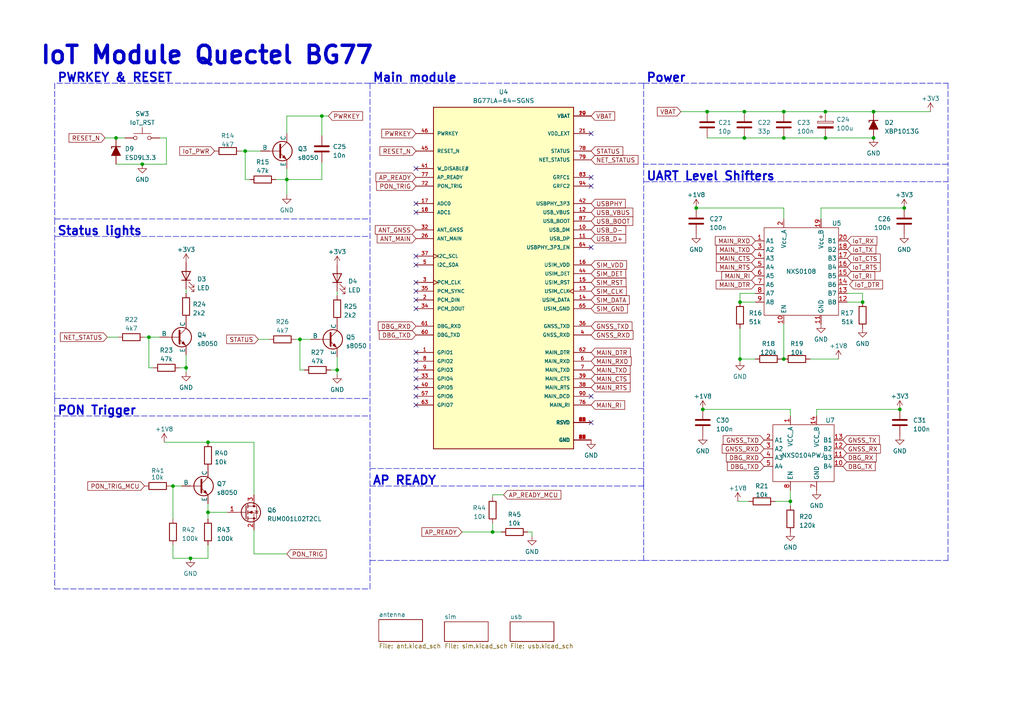
<source format=kicad_sch>
(kicad_sch (version 20230121) (generator eeschema)
  (paper "A4")
  (title_block (title "OBD Monitoring Device") (date "2023-02-27") (company "VUT"))
  (lib_symbols
    (symbol "BG77LA-64-SGNS:BG77LA-64-SGNS" (pin_names (offset 1.016))
      (property "Reference" "U" (at -20.32 48.895 0))
      (property "Value" "BG77LA-64-SGNS" (at -20.32 -53.34 0))
      (symbol "BG77LA-64-SGNS_0_0"
        (rectangle (start -20.32 -50.8) (end 20.32 48.26) (stroke (width 0.254)) (fill (type background)))
        (pin bidirectional line (at -25.4 -22.86 0) (length 5.08) (name "GPIO1") (number "1"))
        (pin bidirectional line (at 25.4 12.7 180) (length 5.08) (name "USB_DM") (number "10"))
        (pin bidirectional line (at 25.4 10.16 180) (length 5.08) (name "USB_DP") (number "11"))
        (pin input line (at 25.4 17.78 180) (length 5.08) (name "USB_VBUS") (number "12"))
        (pin output clock (at 25.4 -5.08 180) (length 5.08) (name "USIM_CLK") (number "13"))
        (pin bidirectional line (at 25.4 -7.62 180) (length 5.08) (name "USIM_DATA") (number "14"))
        (pin output line (at 25.4 -2.54 180) (length 5.08) (name "USIM_RST") (number "15"))
        (pin power_in line (at 25.4 2.54 180) (length 5.08) (name "USIM_VDD") (number "16"))
        (pin input line (at -25.4 20.32 0) (length 5.08) (name "ADC0") (number "17"))
        (pin input line (at -25.4 17.78 0) (length 5.08) (name "ADC1") (number "18"))
        (pin power_in line (at 25.4 45.72 180) (length 5.08) (name "VBAT") (number "19"))
        (pin input line (at -25.4 -7.62 0) (length 5.08) (name "PCM_DIN") (number "2"))
        (pin power_in line (at 25.4 45.72 180) (length 5.08) (name "VBAT") (number "20"))
        (pin output line (at 25.4 40.64 180) (length 5.08) (name "VDD_EXT") (number "21"))
        (pin power_in line (at 25.4 -48.26 180) (length 5.08) (name "GND") (number "22"))
        (pin power_in line (at 25.4 -48.26 180) (length 5.08) (name "GND") (number "23"))
        (pin power_in line (at 25.4 -48.26 180) (length 5.08) (name "GND") (number "24"))
        (pin power_in line (at 25.4 -48.26 180) (length 5.08) (name "GND") (number "25"))
        (pin bidirectional line (at -25.4 10.16 0) (length 5.08) (name "ANT_MAIN") (number "26"))
        (pin power_in line (at 25.4 -48.26 180) (length 5.08) (name "GND") (number "27"))
        (pin power_in line (at 25.4 -48.26 180) (length 5.08) (name "GND") (number "28"))
        (pin passive line (at 25.4 -43.18 180) (length 5.08) (name "RSVD") (number "29"))
        (pin output clock (at -25.4 -2.54 0) (length 5.08) (name "PCM_CLK") (number "3"))
        (pin power_in line (at 25.4 -48.26 180) (length 5.08) (name "GND") (number "30"))
        (pin power_in line (at 25.4 -48.26 180) (length 5.08) (name "GND") (number "31"))
        (pin input line (at -25.4 12.7 0) (length 5.08) (name "ANT_GNSS") (number "32"))
        (pin bidirectional line (at -25.4 -30.48 0) (length 5.08) (name "GPIO4") (number "33"))
        (pin output line (at -25.4 -10.16 0) (length 5.08) (name "PCM_DOUT") (number "34"))
        (pin output line (at -25.4 -5.08 0) (length 5.08) (name "PCM_SYNC") (number "35"))
        (pin output line (at 25.4 -15.24 180) (length 5.08) (name "GNSS_TXD") (number "36"))
        (pin input clock (at -25.4 5.08 0) (length 5.08) (name "I2C_SCL") (number "37"))
        (pin input line (at 25.4 -33.02 180) (length 5.08) (name "MAIN_RTS") (number "38"))
        (pin output line (at 25.4 -30.48 180) (length 5.08) (name "MAIN_CTS") (number "39"))
        (pin input line (at 25.4 -17.78 180) (length 5.08) (name "GNSS_RXD") (number "4"))
        (pin bidirectional line (at -25.4 -33.02 0) (length 5.08) (name "GPIO5") (number "40"))
        (pin input line (at -25.4 30.48 0) (length 5.08) (name "W_DISABLE#") (number "41"))
        (pin power_in line (at 25.4 20.32 180) (length 5.08) (name "USBPHY_3P3") (number "42"))
        (pin power_in line (at 25.4 -48.26 180) (length 5.08) (name "GND") (number "43"))
        (pin input line (at 25.4 0 180) (length 5.08) (name "USIM_DET") (number "44"))
        (pin input line (at -25.4 35.56 0) (length 5.08) (name "RESET_N") (number "45"))
        (pin input line (at -25.4 40.64 0) (length 5.08) (name "PWRKEY") (number "46"))
        (pin power_in line (at 25.4 -48.26 180) (length 5.08) (name "GND") (number "47"))
        (pin passive line (at 25.4 -43.18 180) (length 5.08) (name "RSVD") (number "48"))
        (pin passive line (at 25.4 -43.18 180) (length 5.08) (name "RSVD") (number "49"))
        (pin bidirectional line (at -25.4 2.54 0) (length 5.08) (name "I2C_SDA") (number "5"))
        (pin passive line (at 25.4 -43.18 180) (length 5.08) (name "RSVD") (number "50"))
        (pin passive line (at 25.4 -43.18 180) (length 5.08) (name "RSVD") (number "51"))
        (pin power_in line (at 25.4 -48.26 180) (length 5.08) (name "GND") (number "52"))
        (pin power_in line (at 25.4 -48.26 180) (length 5.08) (name "GND") (number "53"))
        (pin power_in line (at 25.4 -48.26 180) (length 5.08) (name "GND") (number "54"))
        (pin power_in line (at 25.4 -48.26 180) (length 5.08) (name "GND") (number "55"))
        (pin power_in line (at 25.4 -48.26 180) (length 5.08) (name "GND") (number "56"))
        (pin bidirectional line (at -25.4 -35.56 0) (length 5.08) (name "GPIO6") (number "57"))
        (pin power_in line (at 25.4 -48.26 180) (length 5.08) (name "GND") (number "58"))
        (pin passive line (at 25.4 -43.18 180) (length 5.08) (name "RSVD") (number "59"))
        (pin input line (at 25.4 -25.4 180) (length 5.08) (name "MAIN_RXD") (number "6"))
        (pin output line (at -25.4 -17.78 0) (length 5.08) (name "DBG_TXD") (number "60"))
        (pin input line (at -25.4 -15.24 0) (length 5.08) (name "DBG_RXD") (number "61"))
        (pin input line (at 25.4 -22.86 180) (length 5.08) (name "MAIN_DTR") (number "62"))
        (pin bidirectional line (at -25.4 -38.1 0) (length 5.08) (name "GPIO7") (number "63"))
        (pin output line (at 25.4 7.62 180) (length 5.08) (name "USBPHY_3P3_EN") (number "64"))
        (pin power_in line (at 25.4 -10.16 180) (length 5.08) (name "USIM_GND") (number "65"))
        (pin power_in line (at 25.4 -48.26 180) (length 5.08) (name "GND") (number "66"))
        (pin passive line (at 25.4 -43.18 180) (length 5.08) (name "RSVD") (number "67"))
        (pin passive line (at 25.4 -43.18 180) (length 5.08) (name "RSVD") (number "68"))
        (pin passive line (at 25.4 -43.18 180) (length 5.08) (name "RSVD") (number "69"))
        (pin output line (at 25.4 -27.94 180) (length 5.08) (name "MAIN_TXD") (number "7"))
        (pin passive line (at 25.4 -43.18 180) (length 5.08) (name "RSVD") (number "70"))
        (pin passive line (at 25.4 -43.18 180) (length 5.08) (name "RSVD") (number "71"))
        (pin input line (at -25.4 25.4 0) (length 5.08) (name "PON_TRIG") (number "72"))
        (pin power_in line (at 25.4 -48.26 180) (length 5.08) (name "GND") (number "73"))
        (pin power_in line (at 25.4 -48.26 180) (length 5.08) (name "GND") (number "74"))
        (pin power_in line (at 25.4 -48.26 180) (length 5.08) (name "GND") (number "75"))
        (pin output line (at 25.4 -38.1 180) (length 5.08) (name "MAIN_RI") (number "76"))
        (pin input line (at -25.4 27.94 0) (length 5.08) (name "AP_READY") (number "77"))
        (pin output line (at 25.4 35.56 180) (length 5.08) (name "STATUS") (number "78"))
        (pin output line (at 25.4 33.02 180) (length 5.08) (name "NET_STATUS") (number "79"))
        (pin bidirectional line (at -25.4 -25.4 0) (length 5.08) (name "GPIO2") (number "8"))
        (pin passive line (at 25.4 -43.18 180) (length 5.08) (name "RSVD") (number "80"))
        (pin passive line (at 25.4 -43.18 180) (length 5.08) (name "RSVD") (number "81"))
        (pin passive line (at 25.4 -43.18 180) (length 5.08) (name "RSVD") (number "82"))
        (pin output line (at 25.4 27.94 180) (length 5.08) (name "GRFC1") (number "83"))
        (pin power_in line (at 25.4 -48.26 180) (length 5.08) (name "GND") (number "84"))
        (pin power_in line (at 25.4 -48.26 180) (length 5.08) (name "GND") (number "85"))
        (pin power_in line (at 25.4 -48.26 180) (length 5.08) (name "GND") (number "86"))
        (pin input line (at 25.4 15.24 180) (length 5.08) (name "USB_BOOT") (number "87"))
        (pin power_in line (at 25.4 -48.26 180) (length 5.08) (name "GND") (number "88"))
        (pin power_in line (at 25.4 -48.26 180) (length 5.08) (name "GND") (number "89"))
        (pin bidirectional line (at -25.4 -27.94 0) (length 5.08) (name "GPIO3") (number "9"))
        (pin output line (at 25.4 -35.56 180) (length 5.08) (name "MAIN_DCD") (number "90"))
        (pin passive line (at 25.4 -43.18 180) (length 5.08) (name "RSVD") (number "91"))
        (pin passive line (at 25.4 -43.18 180) (length 5.08) (name "RSVD") (number "92"))
        (pin passive line (at 25.4 -43.18 180) (length 5.08) (name "RSVD") (number "93"))
        (pin output line (at 25.4 25.4 180) (length 5.08) (name "GRFC2") (number "94"))
      )
    )
    (symbol "Device:C" (pin_numbers hide) (pin_names (offset 0.254))
      (property "Reference" "C" (at 0.635 2.54 0))
      (property "Value" "C" (at 0.635 -2.54 0))
      (symbol "C_0_1"
        (polyline (pts (xy -2.032 -0.762) (xy 2.032 -0.762)) (stroke (width 0.508)))
        (polyline (pts (xy -2.032 0.762) (xy 2.032 0.762)) (stroke (width 0.508)))
      )
      (symbol "C_1_1"
        (pin passive line (at 0 3.81 270) (length 2.794) (name "~") (number "1"))
        (pin passive line (at 0 -3.81 90) (length 2.794) (name "~") (number "2"))
      )
    )
    (symbol "Device:C_Polarized" (pin_numbers hide) (pin_names (offset 0.254))
      (property "Reference" "C" (at 0.635 2.54 0))
      (property "Value" "C_Polarized" (at 0.635 -2.54 0))
      (symbol "C_Polarized_0_1"
        (rectangle (start -2.286 0.508) (end 2.286 1.016))
        (polyline (pts (xy -1.778 2.286) (xy -0.762 2.286)))
        (polyline (pts (xy -1.27 2.794) (xy -1.27 1.778)))
        (rectangle (start 2.286 -0.508) (end -2.286 -1.016) (fill (type outline)))
      )
      (symbol "C_Polarized_1_1"
        (pin passive line (at 0 3.81 270) (length 2.794) (name "~") (number "1"))
        (pin passive line (at 0 -3.81 90) (length 2.794) (name "~") (number "2"))
      )
    )
    (symbol "Device:LED" (pin_numbers hide) (pin_names (offset 1.016) hide)
      (property "Reference" "D" (at 0 2.54 0))
      (property "Value" "LED" (at 0 -2.54 0))
      (symbol "LED_0_1"
        (polyline (pts (xy -1.27 -1.27) (xy -1.27 1.27)) (stroke (width 0.254)))
        (polyline (pts (xy -1.27 0) (xy 1.27 0)))
        (polyline (pts (xy 1.27 -1.27) (xy 1.27 1.27) (xy -1.27 0) (xy 1.27 -1.27)) (stroke (width 0.254)))
        (polyline (pts (xy -3.048 -0.762) (xy -4.572 -2.286) (xy -3.81 -2.286) (xy -4.572 -2.286) (xy -4.572 -1.524)))
        (polyline (pts (xy -1.778 -0.762) (xy -3.302 -2.286) (xy -2.54 -2.286) (xy -3.302 -2.286) (xy -3.302 -1.524)))
      )
      (symbol "LED_1_1"
        (pin passive line (at -3.81 0 0) (length 2.54) (name "K") (number "1"))
        (pin passive line (at 3.81 0 180) (length 2.54) (name "A") (number "2"))
      )
    )
    (symbol "Device:Q_NMOS_GSD" (pin_names (offset 0) hide)
      (property "Reference" "Q" (at 5.08 1.27 0))
      (property "Value" "Q_NMOS_GSD" (at 5.08 -1.27 0))
      (symbol "Q_NMOS_GSD_0_1"
        (polyline (pts (xy 0.254 0) (xy -2.54 0)))
        (polyline (pts (xy 0.254 1.905) (xy 0.254 -1.905)) (stroke (width 0.254)))
        (polyline (pts (xy 0.762 -1.27) (xy 0.762 -2.286)) (stroke (width 0.254)))
        (polyline (pts (xy 0.762 0.508) (xy 0.762 -0.508)) (stroke (width 0.254)))
        (polyline (pts (xy 0.762 2.286) (xy 0.762 1.27)) (stroke (width 0.254)))
        (polyline (pts (xy 2.54 2.54) (xy 2.54 1.778)))
        (polyline (pts (xy 2.54 -2.54) (xy 2.54 0) (xy 0.762 0)))
        (polyline (pts (xy 0.762 -1.778) (xy 3.302 -1.778) (xy 3.302 1.778) (xy 0.762 1.778)))
        (polyline (pts (xy 1.016 0) (xy 2.032 0.381) (xy 2.032 -0.381) (xy 1.016 0)) (fill (type outline)))
        (polyline (pts (xy 2.794 0.508) (xy 2.921 0.381) (xy 3.683 0.381) (xy 3.81 0.254)))
        (polyline (pts (xy 3.302 0.381) (xy 2.921 -0.254) (xy 3.683 -0.254) (xy 3.302 0.381)))
        (circle (center 1.651 0) (radius 2.794) (stroke (width 0.254)))
        (circle (center 2.54 -1.778) (radius 0.254) (fill (type outline)))
        (circle (center 2.54 1.778) (radius 0.254) (fill (type outline)))
      )
      (symbol "Q_NMOS_GSD_1_1"
        (pin input line (at -5.08 0 0) (length 2.54) (name "G") (number "1"))
        (pin passive line (at 2.54 -5.08 90) (length 2.54) (name "S") (number "2"))
        (pin passive line (at 2.54 5.08 270) (length 2.54) (name "D") (number "3"))
      )
    )
    (symbol "Device:R" (pin_numbers hide) (pin_names (offset 0))
      (property "Reference" "R" (at 2.032 0 90))
      (property "Value" "R" (at 0 0 90))
      (symbol "R_0_1"
        (rectangle (start -1.016 -2.54) (end 1.016 2.54) (stroke (width 0.254)))
      )
      (symbol "R_1_1"
        (pin passive line (at 0 3.81 270) (length 1.27) (name "~") (number "1"))
        (pin passive line (at 0 -3.81 90) (length 1.27) (name "~") (number "2"))
      )
    )
    (symbol "PCM_Diode_TVS_AKL:D_TVS_Unidirectional_Generic" (pin_numbers hide) (pin_names (offset 1.016) hide)
      (property "Reference" "D" (at 0 5.08 0))
      (property "Value" "D_TVS_Unidirectional_Generic" (at 0 2.54 0))
      (symbol "D_TVS_Unidirectional_Generic_0_1"
        (polyline (pts (xy -1.27 0) (xy 1.27 0)))
        (polyline (pts (xy 1.27 -1.27) (xy 1.27 1.27)) (stroke (width 0.254)))
        (polyline (pts (xy 1.27 1.27) (xy 0.762 1.27)) (stroke (width 0.254)))
        (polyline (pts (xy -1.27 1.27) (xy -1.27 -1.27) (xy 1.27 0) (xy -1.27 1.27)) (stroke (width 0.254)) (fill (type outline)))
      )
      (symbol "D_TVS_Unidirectional_Generic_1_1"
        (pin passive line (at 3.81 0 180) (length 2.54) (name "K") (number "1"))
        (pin passive line (at -3.81 0 0) (length 2.54) (name "A") (number "2"))
      )
    )
    (symbol "PCM_Diode_TVS_AKL:ESD9L3.3" (pin_numbers hide) (pin_names (offset 1.016) hide)
      (property "Reference" "D" (at 0 5.08 0))
      (property "Value" "ESD9L3.3" (at 0 2.54 0))
      (symbol "ESD9L3.3_0_1"
        (polyline (pts (xy -1.27 0) (xy 1.27 0)))
        (polyline (pts (xy 1.27 -1.27) (xy 1.27 1.27)) (stroke (width 0.254)))
        (polyline (pts (xy 1.27 1.27) (xy 0.762 1.27)) (stroke (width 0.254)))
        (polyline (pts (xy -1.27 1.27) (xy -1.27 -1.27) (xy 1.27 0) (xy -1.27 1.27)) (stroke (width 0.254)) (fill (type outline)))
      )
      (symbol "ESD9L3.3_1_1"
        (pin passive line (at 3.81 0 180) (length 2.54) (name "K") (number "1"))
        (pin passive line (at -3.81 0 0) (length 2.54) (name "A") (number "2"))
      )
    )
    (symbol "Simulation_SPICE:NPN" (pin_numbers hide) (pin_names (offset 0))
      (property "Reference" "Q" (at -2.54 7.62 0))
      (property "Value" "NPN" (at -2.54 5.08 0))
      (symbol "NPN_0_1"
        (polyline (pts (xy -2.54 0) (xy 0.635 0)) (stroke (width 0.1524)))
        (polyline (pts (xy 0.635 0.635) (xy 2.54 2.54)))
        (polyline (pts (xy 2.794 -1.27) (xy 2.794 -1.27)) (stroke (width 0.1524)))
        (polyline (pts (xy 2.794 -1.27) (xy 2.794 -1.27)) (stroke (width 0.1524)))
        (polyline (pts (xy 0.635 -0.635) (xy 2.54 -2.54) (xy 2.54 -2.54)))
        (polyline (pts (xy 0.635 1.905) (xy 0.635 -1.905) (xy 0.635 -1.905)) (stroke (width 0.508)))
        (polyline (pts (xy 1.27 -1.778) (xy 1.778 -1.27) (xy 2.286 -2.286) (xy 1.27 -1.778) (xy 1.27 -1.778)) (fill (type outline)))
        (circle (center 1.27 0) (radius 2.8194) (stroke (width 0.254)))
      )
      (symbol "NPN_1_1"
        (pin open_collector line (at 2.54 5.08 270) (length 2.54) (name "C") (number "1"))
        (pin input line (at -5.08 0 0) (length 2.54) (name "B") (number "2"))
        (pin open_emitter line (at 2.54 -5.08 90) (length 2.54) (name "E") (number "3"))
      )
    )
    (symbol "Switch:SW_Push" (pin_numbers hide) (pin_names (offset 1.016) hide)
      (property "Reference" "SW" (at 1.27 2.54 0))
      (property "Value" "SW_Push" (at 0 -1.524 0))
      (symbol "SW_Push_0_1"
        (circle (center -2.032 0) (radius 0.508))
        (polyline (pts (xy 0 1.27) (xy 0 3.048)))
        (polyline (pts (xy 2.54 1.27) (xy -2.54 1.27)))
        (circle (center 2.032 0) (radius 0.508))
        (pin passive line (at -5.08 0 0) (length 2.54) (name "1") (number "1"))
        (pin passive line (at 5.08 0 180) (length 2.54) (name "2") (number "2"))
      )
    )
    (symbol "power:+1V8" (power) (pin_names (offset 0))
      (property "Value" "+1V8" (at 0 3.556 0))
      (symbol "+1V8_0_1"
        (polyline (pts (xy -0.762 1.27) (xy 0 2.54)))
        (polyline (pts (xy 0 0) (xy 0 2.54)))
        (polyline (pts (xy 0 2.54) (xy 0.762 1.27)))
      )
      (symbol "+1V8_1_1"
        (pin power_in line (at 0 0 90) (length 0) hide (name "+1V8") (number "1"))
      )
    )
    (symbol "power:+3V3" (power) (pin_names (offset 0))
      (property "Value" "+3V3" (at 0 3.556 0))
      (symbol "+3V3_0_1"
        (polyline (pts (xy -0.762 1.27) (xy 0 2.54)))
        (polyline (pts (xy 0 0) (xy 0 2.54)))
        (polyline (pts (xy 0 2.54) (xy 0.762 1.27)))
      )
      (symbol "+3V3_1_1"
        (pin power_in line (at 0 0 90) (length 0) hide (name "+3V3") (number "1"))
      )
    )
    (symbol "power:GND" (power) (pin_names (offset 0))
      (property "Value" "GND" (at 0 -3.81 0))
      (symbol "GND_0_1"
        (polyline (pts (xy 0 0) (xy 0 -1.27) (xy 1.27 -1.27) (xy 0 -2.54) (xy -1.27 -1.27) (xy 0 -1.27)))
      )
      (symbol "GND_1_1"
        (pin power_in line (at 0 0 270) (length 0) hide (name "GND") (number "1"))
      )
    )
    (symbol "tme_library:NXS0104"
      (property "Reference" "U" (at 0 -10.16 0))
      (property "Value" "NXS0104PWJ" (at 0 0 0))
      (symbol "NXS0104_0_1"
        (rectangle (start -8.89 8.255) (end 8.89 -8.255))
      )
      (symbol "NXS0104_1_1"
        (pin power_in line (at -3.81 10.795 270) (length 2.54) (name "VCC_A") (number "1"))
        (pin input line (at 11.43 -3.81 180) (length 2.54) (name "B4") (number "10"))
        (pin input line (at 11.43 -1.27 180) (length 2.54) (name "B3") (number "11"))
        (pin input line (at 11.43 1.27 180) (length 2.54) (name "B2") (number "12"))
        (pin input line (at 11.43 3.81 180) (length 2.54) (name "B1") (number "13"))
        (pin power_in line (at 3.81 10.795 270) (length 2.54) (name "VCC_B") (number "14"))
        (pin input line (at -11.43 3.81 0) (length 2.54) (name "A1") (number "2"))
        (pin input line (at -11.43 1.27 0) (length 2.54) (name "A2") (number "3"))
        (pin input line (at -11.43 -1.27 0) (length 2.54) (name "A3") (number "4"))
        (pin input line (at -11.43 -3.81 0) (length 2.54) (name "A4") (number "5"))
        (pin power_out line (at 3.81 -10.795 90) (length 2.54) (name "GND") (number "7"))
        (pin input line (at -3.81 -10.795 90) (length 2.54) (name "EN") (number "8"))
      )
    )
    (symbol "tme_library:NXS0108PWJ"
      (property "Reference" "U" (at 0 -14.605 0))
      (property "Value" "NXS0108" (at 0 -0.635 0))
      (symbol "NXS0108PWJ_0_1"
        (rectangle (start -10.795 12.7) (end 10.795 -12.7))
      )
      (symbol "NXS0108PWJ_1_1"
        (pin input line (at -13.335 8.89 0) (length 2.54) (name "A1") (number "1"))
        (pin input line (at -5.08 -15.24 90) (length 2.54) (name "EN") (number "10"))
        (pin power_out line (at 5.715 -15.24 90) (length 2.54) (name "GND") (number "11"))
        (pin input line (at 13.335 -8.89 180) (length 2.54) (name "B8") (number "12"))
        (pin input line (at 13.335 -6.35 180) (length 2.54) (name "B7") (number "13"))
        (pin input line (at 13.335 -3.81 180) (length 2.54) (name "B6") (number "14"))
        (pin input line (at 13.335 -1.27 180) (length 2.54) (name "B5") (number "15"))
        (pin input line (at 13.335 1.27 180) (length 2.54) (name "B4") (number "16"))
        (pin input line (at 13.335 3.81 180) (length 2.54) (name "B3") (number "17"))
        (pin input line (at 13.335 6.35 180) (length 2.54) (name "B2") (number "18"))
        (pin power_in line (at 5.715 15.24 270) (length 2.54) (name "Vcc_B") (number "19"))
        (pin power_in line (at -5.08 15.24 270) (length 2.54) (name "Vcc_A") (number "2"))
        (pin input line (at 13.335 8.89 180) (length 2.54) (name "B1") (number "20"))
        (pin input line (at -13.335 6.35 0) (length 2.54) (name "A2") (number "3"))
        (pin input line (at -13.335 3.81 0) (length 2.54) (name "A3") (number "4"))
        (pin input line (at -13.335 1.27 0) (length 2.54) (name "A4") (number "5"))
        (pin input line (at -13.335 -1.27 0) (length 2.54) (name "A5") (number "6"))
        (pin input line (at -13.335 -3.81 0) (length 2.54) (name "A6") (number "7"))
        (pin input line (at -13.335 -6.35 0) (length 2.54) (name "A7") (number "8"))
        (pin input line (at -13.335 -8.89 0) (length 2.54) (name "A8") (number "9"))
      )
    )
  )
  (junction (at 262.255 60.325))
  (junction (at 60.325 148.59))
  (junction (at 43.18 97.79))
  (junction (at 41.275 47.625))
  (junction (at 214.63 104.14))
  (junction (at 71.12 43.815))
  (junction (at 83.185 52.07))
  (junction (at 239.395 32.385))
  (junction (at 60.325 128.27))
  (junction (at 227.33 40.005))
  (junction (at 239.395 40.005))
  (junction (at 215.9 32.385))
  (junction (at 250.19 87.63))
  (junction (at 227.33 32.385))
  (junction (at 214.63 87.63))
  (junction (at 55.245 161.925))
  (junction (at 50.165 140.97))
  (junction (at 93.345 33.655))
  (junction (at 53.975 106.68))
  (junction (at 215.9 40.005))
  (junction (at 33.655 40.005))
  (junction (at 260.985 118.745))
  (junction (at 227.33 104.14))
  (junction (at 201.93 60.325))
  (junction (at 229.235 145.415))
  (junction (at 97.79 107.315))
  (junction (at 142.875 154.305))
  (junction (at 205.105 32.385))
  (junction (at 86.995 98.425))
  (junction (at 203.835 118.745))
  (junction (at 253.365 40.005))
  (junction (at 253.365 32.385))
  (no_connect (at 171.45 71.755))
  (no_connect (at 171.45 38.735))
  (no_connect (at 120.65 74.295))
  (no_connect (at 120.65 107.315))
  (no_connect (at 120.65 61.595))
  (no_connect (at 120.65 59.055))
  (no_connect (at 120.65 84.455))
  (no_connect (at 120.65 76.835))
  (no_connect (at 120.65 102.235))
  (no_connect (at 120.65 114.935))
  (no_connect (at 120.65 89.535))
  (no_connect (at 120.65 112.395))
  (no_connect (at 120.65 104.775))
  (no_connect (at 120.65 81.915))
  (no_connect (at 120.65 109.855))
  (no_connect (at 171.45 114.935))
  (no_connect (at 120.65 48.895))
  (no_connect (at 171.45 51.435))
  (no_connect (at 171.45 122.555))
  (no_connect (at 171.45 53.975))
  (no_connect (at 120.65 86.995))
  (no_connect (at 120.65 117.475))
  (wire (pts (xy 214.63 87.63) (xy 219.075 87.63)))
  (polyline (pts (xy 186.69 135.89) (xy 107.315 135.89)) (stroke (width 0) (type dash)))
  (wire (pts (xy 46.355 40.005) (xy 48.26 40.005)))
  (wire (pts (xy 214.63 85.09) (xy 214.63 87.63)))
  (polyline (pts (xy 15.875 68.58) (xy 107.315 68.58)) (stroke (width 0) (type dash)))
  (wire (pts (xy 47.625 128.27) (xy 60.325 128.27)))
  (wire (pts (xy 245.745 87.63) (xy 250.19 87.63)))
  (wire (pts (xy 43.18 106.68) (xy 44.45 106.68)))
  (wire (pts (xy 197.485 32.385) (xy 205.105 32.385)))
  (polyline (pts (xy 15.875 115.57) (xy 107.315 115.57)) (stroke (width 0) (type dash)))
  (wire (pts (xy 73.66 160.655) (xy 83.185 160.655)))
  (polyline (pts (xy 186.69 52.705) (xy 274.955 52.705)) (stroke (width 0) (type dash)))
  (wire (pts (xy 260.985 118.745) (xy 236.855 118.745)))
  (wire (pts (xy 95.885 107.315) (xy 97.79 107.315)))
  (wire (pts (xy 227.33 93.98) (xy 227.33 104.14)))
  (wire (pts (xy 48.26 40.005) (xy 48.26 47.625)))
  (wire (pts (xy 93.345 52.07) (xy 83.185 52.07)))
  (wire (pts (xy 73.66 153.67) (xy 73.66 160.655)))
  (wire (pts (xy 227.33 63.5) (xy 227.33 60.325)))
  (polyline (pts (xy 15.875 170.815) (xy 107.315 170.815)) (stroke (width 0) (type dash)))
  (wire (pts (xy 229.235 145.415) (xy 229.235 146.685)))
  (wire (pts (xy 239.395 40.005) (xy 253.365 40.005)))
  (wire (pts (xy 142.875 143.51) (xy 142.875 144.145)))
  (wire (pts (xy 215.9 40.005) (xy 227.33 40.005)))
  (wire (pts (xy 31.115 97.79) (xy 34.29 97.79)))
  (wire (pts (xy 50.165 140.97) (xy 50.165 150.495)))
  (polyline (pts (xy 107.315 140.97) (xy 186.69 140.97)) (stroke (width 0) (type dash)))
  (wire (pts (xy 53.975 106.68) (xy 53.975 107.95)))
  (wire (pts (xy 60.325 146.05) (xy 60.325 148.59)))
  (wire (pts (xy 33.655 40.005) (xy 36.195 40.005)))
  (polyline (pts (xy 15.875 24.13) (xy 15.875 63.5)) (stroke (width 0) (type dash)))
  (wire (pts (xy 214.63 104.14) (xy 214.63 95.25)))
  (wire (pts (xy 60.325 148.59) (xy 60.325 150.495)))
  (polyline (pts (xy 107.315 24.13) (xy 186.69 24.13)) (stroke (width 0) (type dash)))
  (wire (pts (xy 97.79 107.315) (xy 97.79 108.585)))
  (wire (pts (xy 55.245 161.925) (xy 60.325 161.925)))
  (wire (pts (xy 227.33 104.14) (xy 226.695 104.14)))
  (wire (pts (xy 234.95 104.14) (xy 243.205 104.14)))
  (wire (pts (xy 205.105 32.385) (xy 215.9 32.385)))
  (wire (pts (xy 83.185 48.895) (xy 83.185 52.07)))
  (wire (pts (xy 83.185 33.655) (xy 83.185 38.735)))
  (wire (pts (xy 52.07 106.68) (xy 53.975 106.68)))
  (wire (pts (xy 86.995 107.315) (xy 88.265 107.315)))
  (wire (pts (xy 227.33 32.385) (xy 239.395 32.385)))
  (wire (pts (xy 213.995 145.415) (xy 217.17 145.415)))
  (wire (pts (xy 33.655 47.625) (xy 41.275 47.625)))
  (wire (pts (xy 41.91 97.79) (xy 43.18 97.79)))
  (wire (pts (xy 30.48 40.005) (xy 33.655 40.005)))
  (polyline (pts (xy 15.875 115.57) (xy 15.875 170.815)) (stroke (width 0) (type dash)))
  (wire (pts (xy 49.53 140.97) (xy 50.165 140.97)))
  (polyline (pts (xy 107.315 170.815) (xy 107.315 135.89)) (stroke (width 0) (type dash)))
  (polyline (pts (xy 15.875 120.65) (xy 107.315 120.65)) (stroke (width 0) (type dash)))
  (wire (pts (xy 74.93 98.425) (xy 78.105 98.425)))
  (wire (pts (xy 142.875 154.305) (xy 145.415 154.305)))
  (wire (pts (xy 60.325 128.27) (xy 73.66 128.27)))
  (wire (pts (xy 154.305 154.305) (xy 154.305 155.575)))
  (wire (pts (xy 214.63 104.775) (xy 214.63 104.14)))
  (wire (pts (xy 229.235 118.745) (xy 203.835 118.745)))
  (wire (pts (xy 238.125 60.325) (xy 238.125 63.5)))
  (wire (pts (xy 250.19 85.09) (xy 250.19 87.63)))
  (wire (pts (xy 50.165 161.925) (xy 55.245 161.925)))
  (wire (pts (xy 97.79 103.505) (xy 97.79 107.315)))
  (wire (pts (xy 229.235 142.24) (xy 229.235 145.415)))
  (wire (pts (xy 215.9 32.385) (xy 227.33 32.385)))
  (wire (pts (xy 253.365 32.385) (xy 269.875 32.385)))
  (wire (pts (xy 154.305 154.305) (xy 153.035 154.305)))
  (wire (pts (xy 227.33 60.325) (xy 201.93 60.325)))
  (polyline (pts (xy 186.69 24.13) (xy 186.69 135.89)) (stroke (width 0) (type dash)))
  (polyline (pts (xy 274.955 47.625) (xy 186.69 47.625)) (stroke (width 0) (type dash)))
  (polyline (pts (xy 107.315 24.13) (xy 15.875 24.13)) (stroke (width 0) (type dash)))
  (wire (pts (xy 43.18 97.79) (xy 46.355 97.79)))
  (polyline (pts (xy 274.955 24.13) (xy 274.955 47.625)) (stroke (width 0) (type dash)))
  (wire (pts (xy 146.05 143.51) (xy 142.875 143.51)))
  (wire (pts (xy 142.875 151.765) (xy 142.875 154.305)))
  (wire (pts (xy 133.985 154.305) (xy 142.875 154.305)))
  (wire (pts (xy 236.855 118.745) (xy 236.855 120.65)))
  (wire (pts (xy 53.975 83.82) (xy 53.975 85.09)))
  (wire (pts (xy 43.18 97.79) (xy 43.18 106.68)))
  (wire (pts (xy 50.165 158.115) (xy 50.165 161.925)))
  (wire (pts (xy 69.85 43.815) (xy 71.12 43.815)))
  (wire (pts (xy 227.33 40.005) (xy 239.395 40.005)))
  (wire (pts (xy 93.345 46.99) (xy 93.345 52.07)))
  (wire (pts (xy 245.745 85.09) (xy 250.19 85.09)))
  (polyline (pts (xy 186.69 140.97) (xy 186.69 139.7)))
  (polyline (pts (xy 186.69 162.56) (xy 274.955 162.56)) (stroke (width 0) (type dash)))
  (polyline (pts (xy 186.69 135.89) (xy 186.69 162.56)) (stroke (width 0) (type dash)))
  (polyline (pts (xy 107.315 162.56) (xy 186.69 162.56)) (stroke (width 0) (type dash)))
  (wire (pts (xy 239.395 32.385) (xy 253.365 32.385)))
  (wire (pts (xy 229.235 120.65) (xy 229.235 118.745)))
  (wire (pts (xy 73.66 128.27) (xy 73.66 143.51)))
  (polyline (pts (xy 15.875 63.5) (xy 15.875 115.57)) (stroke (width 0) (type dash)))
  (wire (pts (xy 83.185 56.515) (xy 83.185 52.07)))
  (wire (pts (xy 85.725 98.425) (xy 86.995 98.425)))
  (wire (pts (xy 60.325 148.59) (xy 66.04 148.59)))
  (wire (pts (xy 72.39 52.07) (xy 71.12 52.07)))
  (wire (pts (xy 71.12 52.07) (xy 71.12 43.815)))
  (wire (pts (xy 71.12 43.815) (xy 75.565 43.815)))
  (wire (pts (xy 50.165 140.97) (xy 52.705 140.97)))
  (wire (pts (xy 48.26 47.625) (xy 41.275 47.625)))
  (wire (pts (xy 214.63 85.09) (xy 219.075 85.09)))
  (polyline (pts (xy 274.955 162.56) (xy 274.955 47.625)) (stroke (width 0) (type dash)))
  (wire (pts (xy 97.79 84.455) (xy 97.79 85.725)))
  (wire (pts (xy 86.995 98.425) (xy 90.17 98.425)))
  (wire (pts (xy 224.79 145.415) (xy 229.235 145.415)))
  (wire (pts (xy 53.975 102.87) (xy 53.975 106.68)))
  (wire (pts (xy 205.105 40.005) (xy 215.9 40.005)))
  (wire (pts (xy 86.995 98.425) (xy 86.995 107.315)))
  (wire (pts (xy 60.325 161.925) (xy 60.325 158.115)))
  (wire (pts (xy 95.25 33.655) (xy 93.345 33.655)))
  (polyline (pts (xy 107.315 24.13) (xy 107.315 135.89)) (stroke (width 0) (type dash)))
  (wire (pts (xy 214.63 104.14) (xy 219.075 104.14)))
  (polyline (pts (xy 15.875 63.5) (xy 107.315 63.5)) (stroke (width 0) (type dash)))
  (polyline (pts (xy 186.69 24.13) (xy 274.955 24.13)) (stroke (width 0) (type dash)))
  (wire (pts (xy 93.345 33.655) (xy 93.345 39.37)))
  (wire (pts (xy 80.01 52.07) (xy 83.185 52.07)))
  (wire (pts (xy 262.255 60.325) (xy 238.125 60.325)))
  (wire (pts (xy 93.345 33.655) (xy 83.185 33.655)))
  (text "AP READY" (at 107.95 140.97 0) (effects (font (size 2.5 2.5) bold) (justify left bottom)))
  (text "Status lights" (at 16.51 68.58 0) (effects (font (size 2.5 2.5) bold) (justify left bottom)))
  (text "Main module" (at 107.95 24.13 0) (effects (font (size 2.5 2.5) bold) (justify left bottom)))
  (text "PWRKEY & RESET" (at 16.51 24.13 0) (effects (font (size 2.5 2.5) bold) (justify left bottom)))
  (text "IoT Module Quectel BG77" (at 11.43 19.05 0) (effects (font (size 5 5) bold) (justify left bottom)))
  (text "UART Level Shifters" (at 187.325 52.705 0) (effects (font (size 2.5 2.5) bold) (justify left bottom)))
  (text "PON Trigger" (at 16.51 120.65 0) (effects (font (size 2.5 2.5) bold) (justify left bottom)))
  (text "Power" (at 187.325 24.13 0) (effects (font (size 2.5 2.5) bold) (justify left bottom)))
  (global_label "MAIN_RTS" (shape input) (at 171.45 112.395 0) (property "Intersheetrefs" "${INTERSHEET_REFS}" (effects hide)))
  (global_label "DBG_TXD" (shape input) (at 120.65 97.155 180) (property "Intersheetrefs" "${INTERSHEET_REFS}" (effects hide)))
  (global_label "USB_D+" (shape input) (at 171.45 69.215 0) (property "Intersheetrefs" "${INTERSHEET_REFS}" (effects hide)))
  (global_label "USB_VBUS" (shape input) (at 171.45 61.595 0) (property "Intersheetrefs" "${INTERSHEET_REFS}" (effects hide)))
  (global_label "AP_READY" (shape input) (at 133.985 154.305 180) (property "Intersheetrefs" "${INTERSHEET_REFS}" (effects hide)))
  (global_label "GNSS_RXD" (shape input) (at 221.615 130.175 180) (property "Intersheetrefs" "${INTERSHEET_REFS}" (effects hide)))
  (global_label "PON_TRIG" (shape input) (at 120.65 53.975 180) (property "Intersheetrefs" "${INTERSHEET_REFS}" (effects hide)))
  (global_label "IoT_DTR" (shape input) (at 246.38 82.55 0) (property "Intersheetrefs" "${INTERSHEET_REFS}" (effects hide)))
  (global_label "GNSS_TXD" (shape input) (at 171.45 94.615 0) (property "Intersheetrefs" "${INTERSHEET_REFS}" (effects hide)))
  (global_label "ANT_MAIN" (shape input) (at 120.65 69.215 180) (property "Intersheetrefs" "${INTERSHEET_REFS}" (effects hide)))
  (global_label "USBPHY" (shape input) (at 171.45 59.055 0) (property "Intersheetrefs" "${INTERSHEET_REFS}" (effects hide)))
  (global_label "MAIN_TXD" (shape input) (at 171.45 107.315 0) (property "Intersheetrefs" "${INTERSHEET_REFS}" (effects hide)))
  (global_label "SIM_GND" (shape input) (at 171.45 89.535 0) (property "Intersheetrefs" "${INTERSHEET_REFS}" (effects hide)))
  (global_label "SIM_CLK" (shape input) (at 171.45 84.455 0) (property "Intersheetrefs" "${INTERSHEET_REFS}" (effects hide)))
  (global_label "IoT_PWR" (shape input) (at 62.23 43.815 180) (property "Intersheetrefs" "${INTERSHEET_REFS}" (effects hide)))
  (global_label "SIM_DATA" (shape input) (at 171.45 86.995 0) (property "Intersheetrefs" "${INTERSHEET_REFS}" (effects hide)))
  (global_label "NET_STATUS" (shape input) (at 31.115 97.79 180) (property "Intersheetrefs" "${INTERSHEET_REFS}" (effects hide)))
  (global_label "AP_READY" (shape input) (at 120.65 51.435 180) (property "Intersheetrefs" "${INTERSHEET_REFS}" (effects hide)))
  (global_label "MAIN_RI" (shape input) (at 171.45 117.475 0) (property "Intersheetrefs" "${INTERSHEET_REFS}" (effects hide)))
  (global_label "USB_BOOT" (shape input) (at 171.45 64.135 0) (property "Intersheetrefs" "${INTERSHEET_REFS}" (effects hide)))
  (global_label "GNSS_TX" (shape input) (at 244.475 127.635 0) (property "Intersheetrefs" "${INTERSHEET_REFS}" (effects hide)))
  (global_label "IoT_RTS" (shape input) (at 245.745 77.47 0) (property "Intersheetrefs" "${INTERSHEET_REFS}" (effects hide)))
  (global_label "MAIN_DTR" (shape input) (at 171.45 102.235 0) (property "Intersheetrefs" "${INTERSHEET_REFS}" (effects hide)))
  (global_label "DBG_TXD" (shape input) (at 221.615 135.255 180) (property "Intersheetrefs" "${INTERSHEET_REFS}" (effects hide)))
  (global_label "MAIN_RXD" (shape input) (at 171.45 104.775 0) (property "Intersheetrefs" "${INTERSHEET_REFS}" (effects hide)))
  (global_label "MAIN_RXD" (shape input) (at 219.075 69.85 180) (property "Intersheetrefs" "${INTERSHEET_REFS}" (effects hide)))
  (global_label "PON_TRIG" (shape input) (at 83.185 160.655 0) (property "Intersheetrefs" "${INTERSHEET_REFS}" (effects hide)))
  (global_label "MAIN_RTS" (shape input) (at 219.075 77.47 180) (property "Intersheetrefs" "${INTERSHEET_REFS}" (effects hide)))
  (global_label "MAIN_CTS" (shape input) (at 219.075 74.93 180) (property "Intersheetrefs" "${INTERSHEET_REFS}" (effects hide)))
  (global_label "VBAT" (shape input) (at 171.45 33.655 0) (property "Intersheetrefs" "${INTERSHEET_REFS}" (effects hide)))
  (global_label "SIM_DET" (shape input) (at 171.45 79.375 0) (property "Intersheetrefs" "${INTERSHEET_REFS}" (effects hide)))
  (global_label "PON_TRIG_MCU" (shape input) (at 41.91 140.97 180) (property "Intersheetrefs" "${INTERSHEET_REFS}" (effects hide)))
  (global_label "SIM_VDD" (shape input) (at 171.45 76.835 0) (property "Intersheetrefs" "${INTERSHEET_REFS}" (effects hide)))
  (global_label "RESET_N" (shape input) (at 120.65 43.815 180) (property "Intersheetrefs" "${INTERSHEET_REFS}" (effects hide)))
  (global_label "ANT_GNSS" (shape input) (at 120.65 66.675 180) (property "Intersheetrefs" "${INTERSHEET_REFS}" (effects hide)))
  (global_label "NET_STATUS" (shape input) (at 171.45 46.355 0) (property "Intersheetrefs" "${INTERSHEET_REFS}" (effects hide)))
  (global_label "DBG_RXD" (shape input) (at 221.615 132.715 180) (property "Intersheetrefs" "${INTERSHEET_REFS}" (effects hide)))
  (global_label "GNSS_RX" (shape input) (at 244.475 130.175 0) (property "Intersheetrefs" "${INTERSHEET_REFS}" (effects hide)))
  (global_label "PWRKEY" (shape input) (at 95.25 33.655 0) (property "Intersheetrefs" "${INTERSHEET_REFS}" (effects hide)))
  (global_label "IoT_RX" (shape input) (at 245.745 69.85 0) (property "Intersheetrefs" "${INTERSHEET_REFS}" (effects hide)))
  (global_label "USB_D-" (shape input) (at 171.45 66.675 0) (property "Intersheetrefs" "${INTERSHEET_REFS}" (effects hide)))
  (global_label "GNSS_TXD" (shape input) (at 221.615 127.635 180) (property "Intersheetrefs" "${INTERSHEET_REFS}" (effects hide)))
  (global_label "DBG_TX" (shape input) (at 244.475 135.255 0) (property "Intersheetrefs" "${INTERSHEET_REFS}" (effects hide)))
  (global_label "VBAT" (shape input) (at 197.485 32.385 180) (property "Intersheetrefs" "${INTERSHEET_REFS}" (effects hide)))
  (global_label "PWRKEY" (shape input) (at 120.65 38.735 180) (property "Intersheetrefs" "${INTERSHEET_REFS}" (effects hide)))
  (global_label "MAIN_DTR" (shape input) (at 219.075 82.55 180) (property "Intersheetrefs" "${INTERSHEET_REFS}" (effects hide)))
  (global_label "RESET_N" (shape input) (at 30.48 40.005 180) (property "Intersheetrefs" "${INTERSHEET_REFS}" (effects hide)))
  (global_label "MAIN_TXD" (shape input) (at 219.075 72.39 180) (property "Intersheetrefs" "${INTERSHEET_REFS}" (effects hide)))
  (global_label "SIM_RST" (shape input) (at 171.45 81.915 0) (property "Intersheetrefs" "${INTERSHEET_REFS}" (effects hide)))
  (global_label "DBG_RX" (shape input) (at 244.475 132.715 0) (property "Intersheetrefs" "${INTERSHEET_REFS}" (effects hide)))
  (global_label "IoT_CTS" (shape input) (at 245.745 74.93 0) (property "Intersheetrefs" "${INTERSHEET_REFS}" (effects hide)))
  (global_label "DBG_RXD" (shape input) (at 120.65 94.615 180) (property "Intersheetrefs" "${INTERSHEET_REFS}" (effects hide)))
  (global_label "MAIN_CTS" (shape input) (at 171.45 109.855 0) (property "Intersheetrefs" "${INTERSHEET_REFS}" (effects hide)))
  (global_label "STATUS" (shape input) (at 171.45 43.815 0) (property "Intersheetrefs" "${INTERSHEET_REFS}" (effects hide)))
  (global_label "MAIN_RI" (shape input) (at 219.075 80.01 180) (property "Intersheetrefs" "${INTERSHEET_REFS}" (effects hide)))
  (global_label "IoT_TX" (shape input) (at 245.745 72.39 0) (property "Intersheetrefs" "${INTERSHEET_REFS}" (effects hide)))
  (global_label "GNSS_RXD" (shape input) (at 171.45 97.155 0) (property "Intersheetrefs" "${INTERSHEET_REFS}" (effects hide)))
  (global_label "STATUS" (shape input) (at 74.93 98.425 180) (property "Intersheetrefs" "${INTERSHEET_REFS}" (effects hide)))
  (global_label "IoT_RI" (shape input) (at 245.745 80.01 0) (property "Intersheetrefs" "${INTERSHEET_REFS}" (effects hide)))
  (global_label "AP_READY_MCU" (shape input) (at 146.05 143.51 0) (property "Intersheetrefs" "${INTERSHEET_REFS}" (effects hide)))
  (symbol (lib_id "power:GND") (at 250.19 95.25 0) (unit 1)
    (property "Reference" "#PWR023" (effects hide))
    (property "Value" "GND" (at 250.19 99.695 0))
  )
  (symbol (lib_id "power:GND") (at 97.79 108.585 0) (unit 1)
    (property "Reference" "#PWR042" (effects hide))
    (property "Value" "GND" (at 97.79 113.03 0))
  )
  (symbol (lib_id "power:GND") (at 229.235 154.305 0) (unit 1)
    (property "Reference" "#PWR038" (effects hide))
    (property "Value" "GND" (at 229.235 158.75 0))
  )
  (symbol (lib_id "Device:C_Polarized") (at 239.395 36.195 0) (unit 1)
    (property "Reference" "C24" (at 242.57 34.671 0) (effects (justify left)))
    (property "Value" "100u" (at 242.57 37.211 0) (effects (justify left)))
  )
  (symbol (lib_id "Simulation_SPICE:NPN") (at 80.645 43.815 0) (unit 1)
    (property "Reference" "Q3" (at 86.36 43.18 0) (effects (justify left)))
    (property "Value" "s8050" (at 86.36 45.72 0) (effects (justify left)))
    (property "Sim.Device" "NPN" (effects hide))
    (property "Sim.Type" "GUMMELPOON" (effects hide))
    (property "Sim.Pins" "1=C 2=B 3=E" (effects hide))
  )
  (symbol (lib_id "power:GND") (at 203.835 126.365 0) (unit 1)
    (property "Reference" "#PWR034" (effects hide))
    (property "Value" "GND" (at 203.835 130.81 0))
  )
  (symbol (lib_id "Device:R") (at 50.165 154.305 0) (unit 1)
    (property "Reference" "R42" (at 52.705 153.67 0) (effects (justify left)))
    (property "Value" "100k" (at 52.705 156.21 0) (effects (justify left)))
  )
  (symbol (lib_id "Device:Q_NMOS_GSD") (at 71.12 148.59 0) (unit 1)
    (property "Reference" "Q6" (at 77.47 147.955 0) (effects (justify left)))
    (property "Value" "RUM001L02T2CL" (at 77.47 150.495 0) (effects (justify left)))
  )
  (symbol (lib_id "Device:R") (at 45.72 140.97 90) (unit 1)
    (property "Reference" "R41" (at 43.815 136.525 90) (effects (justify right)))
    (property "Value" "10k" (at 43.815 138.43 90) (effects (justify right)))
  )
  (symbol (lib_id "Device:R") (at 229.235 150.495 180) (unit 1)
    (property "Reference" "R20" (at 231.775 149.86 0) (effects (justify right)))
    (property "Value" "120k" (at 231.775 152.4 0) (effects (justify right)))
  )
  (symbol (lib_id "Device:C") (at 215.9 36.195 0) (unit 1)
    (property "Reference" "C22" (at 219.71 35.56 0) (effects (justify left)))
    (property "Value" "33p" (at 219.71 38.1 0) (effects (justify left)))
  )
  (symbol (lib_id "power:+3V3") (at 269.875 32.385 0) (unit 1)
    (property "Reference" "#PWR010" (effects hide))
    (property "Value" "+3V3" (at 269.875 28.575 0))
    (instances (project "iot_diagnostic_tool" (path "" (reference "#PWR010") (unit 1)) (path "" (reference "#PWR025") (unit 1))))
  )
  (symbol (lib_id "power:GND") (at 53.975 107.95 0) (unit 1)
    (property "Reference" "#PWR040" (effects hide))
    (property "Value" "GND" (at 53.975 112.395 0))
  )
  (symbol (lib_id "tme_library:NXS0108PWJ") (at 232.41 78.74 0) (unit 1)
    (property "Reference" "U5" (at 241.3 64.77 0) (effects (justify left)))
    (property "Value" "NXS0108" (at 227.965 78.74 0) (effects (justify left)))
    (property "Footprint" "Package_SO:TSSOP-20_4.4x6.5mm_P0.65mm" (effects hide))
    (property "Datasheet" "https://www.farnell.com/datasheets/3163650.pdf" (effects hide))
  )
  (symbol (lib_id "Device:R") (at 66.04 43.815 90) (unit 1)
    (property "Reference" "R14" (at 66.04 39.37 90))
    (property "Value" "4k7" (at 66.04 41.91 90))
  )
  (symbol (lib_id "power:+1V8") (at 213.995 145.415 0) (unit 1)
    (property "Reference" "#PWR037" (effects hide))
    (property "Value" "+1V8" (at 213.995 141.605 0))
  )
  (symbol (lib_id "BG77LA-64-SGNS:BG77LA-64-SGNS") (at 146.05 79.375 0) (unit 1)
    (property "Reference" "U4" (at 146.05 26.67 0))
    (property "Value" "BG77LA-64-SGNS" (at 146.05 29.21 0))
    (property "Footprint" "MODULE_BG77LA-64-SGNS" (effects hide))
    (property "Purchase-URL" "https://pricing.snapeda.com/search/part/BG77LA-64-SGNS/?ref=eda" (effects hide))
    (property "MF" "Quectel" (effects hide))
    (property "Package" "Package" (effects hide))
    (property "MP" "BG77LA-64-SGNS" (effects hide))
    (property "Availability" "In Stock" (effects hide))
    (property "Description" "Cellular, Navigation BeiDou, Galileo, GLONASS, GPS, GNSS, LTE Transceiver Module - Antenna Not Included Surface Mount" (effects hide))
    (property "Price" "None" (effects hide))
  )
  (symbol (lib_id "power:+3V3") (at 97.79 76.835 0) (unit 1)
    (property "Reference" "#PWR010" (effects hide))
    (property "Value" "+3V3" (at 97.79 73.025 0))
    (instances (project "iot_diagnostic_tool" (path "" (reference "#PWR010") (unit 1)) (path "" (reference "#PWR041") (unit 1))))
  )
  (symbol (lib_id "Device:R") (at 142.875 147.955 0) (mirror y) (unit 1)
    (property "Reference" "R44" (at 140.97 147.32 0) (effects (justify left)))
    (property "Value" "10k" (at 140.97 149.86 0) (effects (justify left)))
  )
  (symbol (lib_id "PCM_Diode_TVS_AKL:ESD9L3.3") (at 33.655 43.815 90) (unit 1)
    (property "Reference" "D9" (at 36.195 43.18 90) (effects (justify right)))
    (property "Value" "ESD9L3.3" (at 36.195 45.72 90) (effects (justify right)))
    (property "Footprint" "Diode_SMD_AKL:D_SOD-923" (effects hide))
    (property "Datasheet" "https://www.tme.eu/Document/88b33137e0e12db995ce880c0007c002/ESD9L5.0ST5G.PDF" (effects hide))
    (instances (project "iot_diagnostic_tool" (path "" (reference "D9") (unit 1)) (path "" (reference "D10") (unit 1))))
  )
  (symbol (lib_id "power:+1V8") (at 47.625 128.27 0) (unit 1)
    (property "Reference" "#PWR060" (effects hide))
    (property "Value" "+1V8" (at 47.625 124.46 0))
  )
  (symbol (lib_id "Device:C") (at 203.835 122.555 0) (unit 1)
    (property "Reference" "C30" (at 207.645 121.92 0) (effects (justify left)))
    (property "Value" "100n" (at 207.645 124.46 0) (effects (justify left)))
  )
  (symbol (lib_id "Device:R") (at 231.14 104.14 90) (unit 1)
    (property "Reference" "R19" (at 231.14 99.695 90))
    (property "Value" "10k" (at 231.14 102.235 90))
  )
  (symbol (lib_id "Device:R") (at 60.325 154.305 0) (unit 1)
    (property "Reference" "R43" (at 62.865 153.67 0) (effects (justify left)))
    (property "Value" "100k" (at 62.865 156.21 0) (effects (justify left)))
  )
  (symbol (lib_id "Device:LED") (at 97.79 80.645 90) (unit 1)
    (property "Reference" "D4" (at 100.965 81.5975 90) (effects (justify right)))
    (property "Value" "LED" (at 100.965 84.1375 90) (effects (justify right)))
  )
  (symbol (lib_id "Device:R") (at 60.325 132.08 0) (unit 1)
    (property "Reference" "R40" (at 62.23 131.445 0) (effects (justify left)))
    (property "Value" "10k" (at 62.23 133.985 0) (effects (justify left)))
  )
  (symbol (lib_id "power:GND") (at 55.245 161.925 0) (unit 1)
    (property "Reference" "#PWR061" (effects hide))
    (property "Value" "GND" (at 55.245 166.37 0))
  )
  (symbol (lib_id "tme_library:NXS0104") (at 233.045 131.445 0) (unit 1)
    (property "Reference" "U7" (at 239.395 121.92 0) (effects (justify left)))
    (property "Value" "NXS0104PWJ" (at 226.695 132.08 0) (effects (justify left)))
    (property "Footprint" "Package_SO:TSSOP-14_4.4x5mm_P0.65mm" (effects hide))
    (property "Datasheet" "https://www.farnell.com/datasheets/2786516.pdf" (effects hide))
  )
  (symbol (lib_id "power:GND") (at 253.365 40.005 0) (unit 1)
    (property "Reference" "#PWR015" (effects hide))
    (property "Value" "GND" (at 253.365 44.45 0))
  )
  (symbol (lib_id "Device:R") (at 149.225 154.305 90) (unit 1)
    (property "Reference" "R45" (at 149.225 149.225 90))
    (property "Value" "10k" (at 149.225 151.765 90))
  )
  (symbol (lib_id "power:GND") (at 171.45 127.635 0) (unit 1)
    (property "Reference" "#PWR014" (effects hide))
    (property "Value" "GND" (at 171.45 132.08 0))
  )
  (symbol (lib_id "Simulation_SPICE:NPN") (at 51.435 97.79 0) (unit 1)
    (property "Reference" "Q4" (at 57.15 97.155 0) (effects (justify left)))
    (property "Value" "s8050" (at 57.15 99.695 0) (effects (justify left)))
    (property "Sim.Device" "NPN" (effects hide))
    (property "Sim.Type" "GUMMELPOON" (effects hide))
    (property "Sim.Pins" "1=C 2=B 3=E" (effects hide))
  )
  (symbol (lib_id "power:GND") (at 260.985 126.365 0) (unit 1)
    (property "Reference" "#PWR035" (effects hide))
    (property "Value" "GND" (at 260.985 130.81 0))
  )
  (symbol (lib_id "Device:C") (at 260.985 122.555 0) (unit 1)
    (property "Reference" "C31" (at 264.795 121.92 0) (effects (justify left)))
    (property "Value" "100n" (at 264.795 124.46 0) (effects (justify left)))
  )
  (symbol (lib_id "power:+1V8") (at 203.835 118.745 0) (unit 1)
    (property "Reference" "#PWR032" (effects hide))
    (property "Value" "+1V8" (at 203.835 114.935 0))
  )
  (symbol (lib_id "PCM_Diode_TVS_AKL:D_TVS_Unidirectional_Generic") (at 253.365 36.195 90) (unit 1)
    (property "Reference" "D2" (at 256.54 35.56 90) (effects (justify right)))
    (property "Value" "XBP1013G" (at 256.54 38.1 90) (effects (justify right)))
  )
  (symbol (lib_id "Device:R") (at 250.19 91.44 0) (mirror y) (unit 1)
    (property "Reference" "R17" (at 247.65 90.805 0) (effects (justify left)))
    (property "Value" "51k" (at 247.65 93.345 0) (effects (justify left)))
  )
  (symbol (lib_id "power:GND") (at 238.125 93.98 0) (unit 1)
    (property "Reference" "#PWR021" (effects hide))
    (property "Value" "GND" (at 238.125 98.425 0))
  )
  (symbol (lib_id "Switch:SW_Push") (at 41.275 40.005 0) (unit 1)
    (property "Reference" "SW3" (at 41.275 33.02 0))
    (property "Value" "IoT_RST" (at 41.275 35.56 0))
  )
  (symbol (lib_id "Device:R") (at 220.98 145.415 90) (unit 1)
    (property "Reference" "R21" (at 220.98 140.97 90))
    (property "Value" "10k" (at 220.98 143.51 90))
  )
  (symbol (lib_id "power:GND") (at 201.93 67.945 0) (unit 1)
    (property "Reference" "#PWR026" (effects hide))
    (property "Value" "GND" (at 201.93 72.39 0))
  )
  (symbol (lib_id "Simulation_SPICE:NPN") (at 57.785 140.97 0) (unit 1)
    (property "Reference" "Q7" (at 62.865 140.335 0) (effects (justify left)))
    (property "Value" "s8050" (at 62.865 142.875 0) (effects (justify left)))
    (property "Sim.Device" "NPN" (effects hide))
    (property "Sim.Type" "GUMMELPOON" (effects hide))
    (property "Sim.Pins" "1=C 2=B 3=E" (effects hide))
  )
  (symbol (lib_id "Device:R") (at 222.885 104.14 90) (unit 1)
    (property "Reference" "R18" (at 222.885 99.695 90))
    (property "Value" "120k" (at 222.885 102.235 90))
  )
  (symbol (lib_id "power:+1V8") (at 201.93 60.325 0) (unit 1)
    (property "Reference" "#PWR027" (effects hide))
    (property "Value" "+1V8" (at 201.93 56.515 0))
  )
  (symbol (lib_id "Device:R") (at 81.915 98.425 90) (unit 1)
    (property "Reference" "R26" (at 81.915 93.345 90))
    (property "Value" "4k7" (at 81.915 95.885 90))
  )
  (symbol (lib_id "Device:C") (at 205.105 36.195 0) (unit 1)
    (property "Reference" "C21" (at 208.28 35.56 0) (effects (justify left)))
    (property "Value" "10p" (at 208.28 38.1 0) (effects (justify left)))
  )
  (symbol (lib_id "Device:R") (at 92.075 107.315 90) (unit 1)
    (property "Reference" "R27" (at 92.075 102.235 90))
    (property "Value" "47k" (at 92.075 104.775 90))
  )
  (symbol (lib_id "power:+3V3") (at 53.975 76.2 0) (unit 1)
    (property "Reference" "#PWR010" (effects hide))
    (property "Value" "+3V3" (at 53.975 72.39 0))
    (instances (project "iot_diagnostic_tool" (path "" (reference "#PWR010") (unit 1)) (path "" (reference "#PWR039") (unit 1))))
  )
  (symbol (lib_id "Device:R") (at 48.26 106.68 90) (unit 1)
    (property "Reference" "R23" (at 48.26 101.6 90))
    (property "Value" "47k" (at 48.26 104.14 90))
  )
  (symbol (lib_id "Device:LED") (at 53.975 80.01 90) (unit 1)
    (property "Reference" "D3" (at 57.15 80.9625 90) (effects (justify right)))
    (property "Value" "LED" (at 57.15 83.5025 90) (effects (justify right)))
  )
  (symbol (lib_id "Simulation_SPICE:NPN") (at 95.25 98.425 0) (unit 1)
    (property "Reference" "Q5" (at 100.33 97.79 0) (effects (justify left)))
    (property "Value" "s8050" (at 100.33 100.33 0) (effects (justify left)))
    (property "Sim.Device" "NPN" (effects hide))
    (property "Sim.Type" "GUMMELPOON" (effects hide))
    (property "Sim.Pins" "1=C 2=B 3=E" (effects hide))
  )
  (symbol (lib_id "power:GND") (at 83.185 56.515 0) (unit 1)
    (property "Reference" "#PWR020" (effects hide))
    (property "Value" "GND" (at 83.185 60.96 0))
  )
  (symbol (lib_id "Device:C") (at 201.93 64.135 0) (unit 1)
    (property "Reference" "C27" (at 205.74 63.5 0) (effects (justify left)))
    (property "Value" "100n" (at 205.74 66.04 0) (effects (justify left)))
  )
  (symbol (lib_id "power:GND") (at 41.275 47.625 0) (unit 1)
    (property "Reference" "#PWR059" (effects hide))
    (property "Value" "GND" (at 41.275 52.07 0))
  )
  (symbol (lib_id "power:GND") (at 214.63 104.775 0) (unit 1)
    (property "Reference" "#PWR022" (effects hide))
    (property "Value" "GND" (at 214.63 109.22 0))
  )
  (symbol (lib_id "Device:R") (at 97.79 89.535 0) (unit 1)
    (property "Reference" "R25" (at 99.695 88.9 0) (effects (justify left)))
    (property "Value" "2k2" (at 99.695 91.44 0) (effects (justify left)))
  )
  (symbol (lib_id "power:GND") (at 236.855 142.24 0) (unit 1)
    (property "Reference" "#PWR036" (effects hide))
    (property "Value" "GND" (at 236.855 146.685 0))
  )
  (symbol (lib_id "Device:C") (at 227.33 36.195 0) (unit 1)
    (property "Reference" "C23" (at 231.14 35.56 0) (effects (justify left)))
    (property "Value" "100n" (at 231.14 38.1 0) (effects (justify left)))
  )
  (symbol (lib_id "Device:R") (at 38.1 97.79 90) (unit 1)
    (property "Reference" "R22" (at 38.1 92.71 90))
    (property "Value" "4k7" (at 38.1 95.25 90))
  )
  (symbol (lib_id "power:+3V3") (at 260.985 118.745 0) (unit 1)
    (property "Reference" "#PWR010" (effects hide))
    (property "Value" "+3V3" (at 260.985 114.935 0))
    (instances (project "iot_diagnostic_tool" (path "" (reference "#PWR010") (unit 1)) (path "" (reference "#PWR033") (unit 1))))
  )
  (symbol (lib_id "Device:R") (at 76.2 52.07 270) (unit 1)
    (property "Reference" "R15" (at 76.2 46.99 90))
    (property "Value" "47k" (at 76.2 49.53 90))
  )
  (symbol (lib_id "Device:C") (at 93.345 43.18 0) (unit 1)
    (property "Reference" "C25" (at 96.52 42.545 0) (effects (justify left)))
    (property "Value" "10n" (at 96.52 45.085 0) (effects (justify left)))
  )
  (symbol (lib_id "power:GND") (at 154.305 155.575 0) (unit 1)
    (property "Reference" "#PWR062" (effects hide))
    (property "Value" "GND" (at 154.305 160.02 0))
  )
  (symbol (lib_id "Device:R") (at 53.975 88.9 0) (unit 1)
    (property "Reference" "R24" (at 55.88 88.265 0) (effects (justify left)))
    (property "Value" "2k2" (at 55.88 90.805 0) (effects (justify left)))
  )
  (symbol (lib_id "power:GND") (at 262.255 67.945 0) (unit 1)
    (property "Reference" "#PWR024" (effects hide))
    (property "Value" "GND" (at 262.255 72.39 0))
  )
  (symbol (lib_id "power:+1V8") (at 243.205 104.14 0) (unit 1)
    (property "Reference" "#PWR031" (effects hide))
    (property "Value" "+1V8" (at 243.205 100.33 0))
  )
  (symbol (lib_id "Device:C") (at 262.255 64.135 0) (mirror y) (unit 1)
    (property "Reference" "C26" (at 258.445 63.5 0) (effects (justify left)))
    (property "Value" "100n" (at 258.445 66.04 0) (effects (justify left)))
  )
  (symbol (lib_id "power:+3V3") (at 262.255 60.325 0) (unit 1)
    (property "Reference" "#PWR010" (effects hide))
    (property "Value" "+3V3" (at 262.255 56.515 0))
    (instances (project "iot_diagnostic_tool" (path "" (reference "#PWR010") (unit 1)) (path "" (reference "#PWR019") (unit 1))))
  )
  (symbol (lib_id "Device:R") (at 214.63 91.44 0) (unit 1)
    (property "Reference" "R16" (at 217.17 90.805 0) (effects (justify left)))
    (property "Value" "51k" (at 217.17 93.345 0) (effects (justify left)))
  )
  (sheet (at 147.955 180.34) (size 12.7 5.715) (stroke (width 0.1524))
    (property "Sheetname" "usb" (at 147.955 179.6284 0) (effects (justify left bottom)))
    (property "Sheetfile" "usb.kicad_sch" (at 147.955 186.6396 0) (effects (justify left top)))
  )
  (sheet (at 128.905 180.34) (size 12.7 5.715) (stroke (width 0.1524))
    (property "Sheetname" "sim" (at 128.905 179.6284 0) (effects (justify left bottom)))
    (property "Sheetfile" "sim.kicad_sch" (at 128.905 186.6396 0) (effects (justify left top)))
  )
  (sheet (at 109.855 179.705) (size 12.7 6.35) (stroke (width 0.1524))
    (property "Sheetname" "antenna" (at 109.855 178.9934 0) (effects (justify left bottom)))
    (property "Sheetfile" "ant.kicad_sch" (at 109.855 186.6396 0) (effects (justify left top)))
  )
)
</source>
